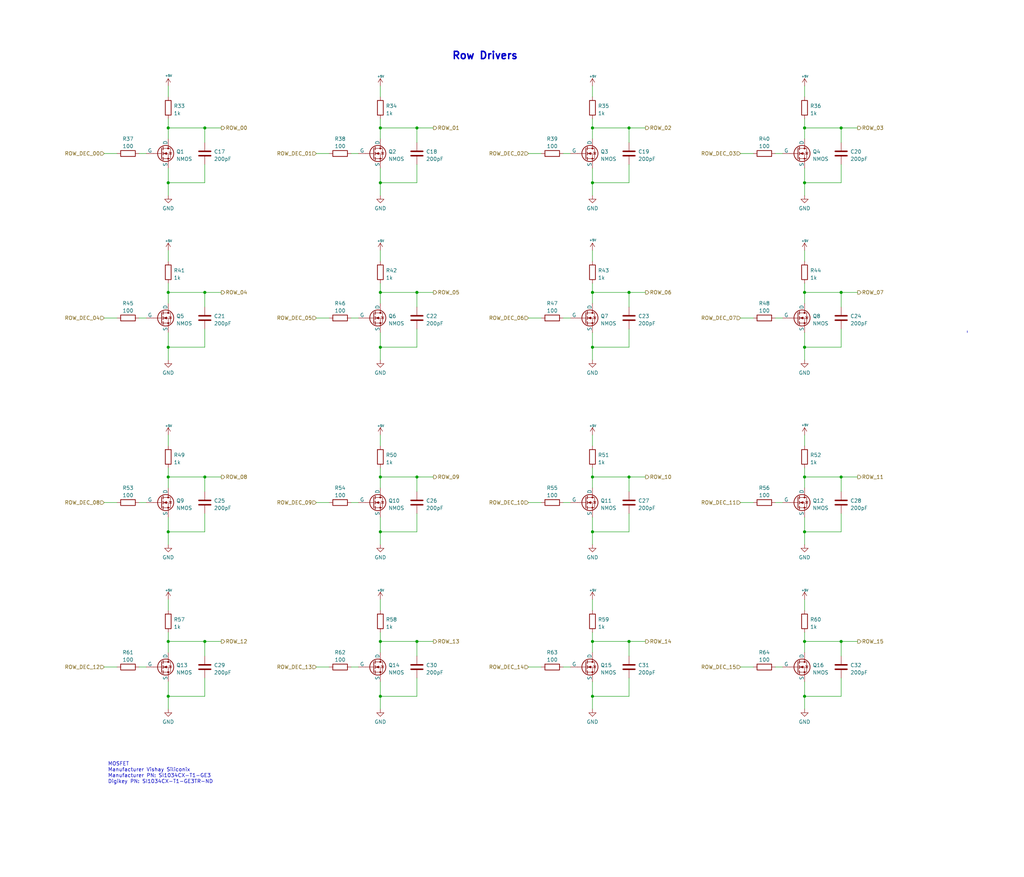
<source format=kicad_sch>
(kicad_sch (version 20230121) (generator eeschema)
  (paper "User" 355.6 304.8)
  (lib_symbols
    (symbol "Device:C" (pin_numbers hide) (pin_names (offset 0.254))
      (property "Reference" "C" (at 0.635 2.54 0))
      (property "Value" "C" (at 0.635 -2.54 0))
      (symbol "C_0_1"
        (polyline (pts (xy -2.032 -0.762) (xy 2.032 -0.762)) (stroke (width 0.508)))
        (polyline (pts (xy -2.032 0.762) (xy 2.032 0.762)) (stroke (width 0.508)))
      )
      (symbol "C_1_1"
        (pin passive line (at 0 3.81 270) (length 2.794) (name "~") (number "1"))
        (pin passive line (at 0 -3.81 90) (length 2.794) (name "~") (number "2"))
      )
    )
    (symbol "Device:R" (pin_numbers hide) (pin_names (offset 0))
      (property "Reference" "R" (at 2.032 0 90))
      (property "Value" "R" (at 0 0 90))
      (symbol "R_0_1"
        (rectangle (start -1.016 -2.54) (end 1.016 2.54) (stroke (width 0.254)))
      )
      (symbol "R_1_1"
        (pin passive line (at 0 3.81 270) (length 1.27) (name "~") (number "1"))
        (pin passive line (at 0 -3.81 90) (length 1.27) (name "~") (number "2"))
      )
    )
    (symbol "panel_custom:NMOS" (pin_numbers hide) (pin_names (offset 0))
      (property "Reference" "Q" (at 5.08 1.27 0))
      (property "Value" "NMOS" (at 5.08 -1.27 0))
      (symbol "NMOS_0_1"
        (polyline (pts (xy 0.254 0) (xy -2.54 0)))
        (polyline (pts (xy 0.254 1.905) (xy 0.254 -1.905)) (stroke (width 0.254)))
        (polyline (pts (xy 0.762 -1.27) (xy 0.762 -2.286)) (stroke (width 0.254)))
        (polyline (pts (xy 0.762 0.508) (xy 0.762 -0.508)) (stroke (width 0.254)))
        (polyline (pts (xy 0.762 2.286) (xy 0.762 1.27)) (stroke (width 0.254)))
        (polyline (pts (xy 2.54 2.54) (xy 2.54 1.778)))
        (polyline (pts (xy 2.54 -2.54) (xy 2.54 0) (xy 0.762 0)))
        (polyline (pts (xy 0.762 -1.778) (xy 3.302 -1.778) (xy 3.302 1.778) (xy 0.762 1.778)))
        (polyline (pts (xy 1.016 0) (xy 2.032 0.381) (xy 2.032 -0.381) (xy 1.016 0)) (fill (type outline)))
        (polyline (pts (xy 2.794 0.508) (xy 2.921 0.381) (xy 3.683 0.381) (xy 3.81 0.254)))
        (polyline (pts (xy 3.302 0.381) (xy 2.921 -0.254) (xy 3.683 -0.254) (xy 3.302 0.381)))
        (circle (center 1.651 0) (radius 2.794) (stroke (width 0.254)))
        (circle (center 2.54 -1.778) (radius 0.254) (fill (type outline)))
        (circle (center 2.54 1.778) (radius 0.254) (fill (type outline)))
      )
      (symbol "NMOS_1_1"
        (pin passive line (at 2.54 5.08 270) (length 2.54) (name "D") (number "1"))
        (pin input line (at -5.08 0 0) (length 2.54) (name "G") (number "2"))
        (pin passive line (at 2.54 -5.08 90) (length 2.54) (name "S") (number "3"))
      )
    )
    (symbol "power:+5V" (power) (pin_names (offset 0))
      (property "Value" "+5V" (at 0 3.556 0))
      (symbol "+5V_0_1"
        (polyline (pts (xy -0.762 1.27) (xy 0 2.54)))
        (polyline (pts (xy 0 0) (xy 0 2.54)))
        (polyline (pts (xy 0 2.54) (xy 0.762 1.27)))
      )
      (symbol "+5V_1_1"
        (pin power_in line (at 0 0 90) (length 0) hide (name "+5V") (number "1"))
      )
    )
    (symbol "power:GND" (power) (pin_names (offset 0))
      (property "Value" "GND" (at 0 -3.81 0))
      (symbol "GND_0_1"
        (polyline (pts (xy 0 0) (xy 0 -1.27) (xy 1.27 -1.27) (xy 0 -2.54) (xy -1.27 -1.27) (xy 0 -1.27)))
      )
      (symbol "GND_1_1"
        (pin power_in line (at 0 0 270) (length 0) hide (name "GND") (number "1"))
      )
    )
  )
  (junction (at 71.12 165.735))
  (junction (at 292.1 165.735))
  (junction (at 144.78 44.45))
  (junction (at 205.74 241.935))
  (junction (at 205.74 44.45))
  (junction (at 144.78 101.6))
  (junction (at 58.42 184.785))
  (junction (at 132.08 184.785))
  (junction (at 144.78 222.885))
  (junction (at 132.08 165.735))
  (junction (at 279.4 222.885))
  (junction (at 132.08 63.5))
  (junction (at 58.42 63.5))
  (junction (at 205.74 184.785))
  (junction (at 279.4 120.65))
  (junction (at 58.42 241.935))
  (junction (at 132.08 101.6))
  (junction (at 132.08 44.45))
  (junction (at 58.42 222.885))
  (junction (at 205.74 165.735))
  (junction (at 279.4 241.935))
  (junction (at 71.12 222.885))
  (junction (at 279.4 63.5))
  (junction (at 58.42 165.735))
  (junction (at 279.4 165.735))
  (junction (at 205.74 120.65))
  (junction (at 132.08 222.885))
  (junction (at 279.4 101.6))
  (junction (at 58.42 44.45))
  (junction (at 71.12 44.45))
  (junction (at 218.44 101.6))
  (junction (at 279.4 44.45))
  (junction (at 218.44 44.45))
  (junction (at 132.08 241.935))
  (junction (at 292.1 222.885))
  (junction (at 279.4 184.785))
  (junction (at 218.44 165.735))
  (junction (at 132.08 120.65))
  (junction (at 292.1 44.45))
  (junction (at 205.74 63.5))
  (junction (at 71.12 101.6))
  (junction (at 144.78 165.735))
  (junction (at 292.1 101.6))
  (junction (at 205.74 222.885))
  (junction (at 58.42 101.6))
  (junction (at 58.42 120.65))
  (junction (at 205.74 101.6))
  (junction (at 218.44 222.885))
  (wire (pts (xy 144.78 222.885) (xy 150.495 222.885)))
  (wire (pts (xy 205.74 165.735) (xy 205.74 169.545)))
  (wire (pts (xy 58.42 29.845) (xy 58.42 33.655)))
  (wire (pts (xy 205.74 58.42) (xy 205.74 63.5)))
  (wire (pts (xy 205.74 222.885) (xy 218.44 222.885)))
  (wire (pts (xy 58.42 115.57) (xy 58.42 120.65)))
  (wire (pts (xy 218.44 241.935) (xy 218.44 235.585)))
  (wire (pts (xy 132.08 101.6) (xy 132.08 105.41)))
  (wire (pts (xy 279.4 165.735) (xy 292.1 165.735)))
  (wire (pts (xy 71.12 222.885) (xy 76.835 222.885)))
  (wire (pts (xy 58.42 151.13) (xy 58.42 154.94)))
  (wire (pts (xy 218.44 44.45) (xy 224.155 44.45)))
  (wire (pts (xy 205.74 208.28) (xy 205.74 212.09)))
  (wire (pts (xy 279.4 184.785) (xy 292.1 184.785)))
  (wire (pts (xy 109.855 110.49) (xy 114.3 110.49)))
  (wire (pts (xy 257.175 53.34) (xy 261.62 53.34)))
  (wire (pts (xy 132.08 44.45) (xy 144.78 44.45)))
  (wire (pts (xy 218.44 165.735) (xy 218.44 170.815)))
  (wire (pts (xy 58.42 44.45) (xy 58.42 48.26)))
  (wire (pts (xy 269.24 231.775) (xy 271.78 231.775)))
  (wire (pts (xy 144.78 165.735) (xy 144.78 170.815)))
  (wire (pts (xy 205.74 222.885) (xy 205.74 226.695)))
  (wire (pts (xy 109.855 174.625) (xy 114.3 174.625)))
  (wire (pts (xy 58.42 41.275) (xy 58.42 44.45)))
  (wire (pts (xy 279.4 222.885) (xy 292.1 222.885)))
  (wire (pts (xy 279.4 241.935) (xy 292.1 241.935)))
  (wire (pts (xy 132.08 222.885) (xy 132.08 226.695)))
  (wire (pts (xy 121.92 231.775) (xy 124.46 231.775)))
  (wire (pts (xy 132.08 165.735) (xy 144.78 165.735)))
  (wire (pts (xy 279.4 120.65) (xy 279.4 125.095)))
  (wire (pts (xy 132.08 162.56) (xy 132.08 165.735)))
  (wire (pts (xy 279.4 86.995) (xy 279.4 90.805)))
  (wire (pts (xy 58.42 44.45) (xy 71.12 44.45)))
  (wire (pts (xy 292.1 101.6) (xy 297.815 101.6)))
  (wire (pts (xy 292.1 184.785) (xy 292.1 178.435)))
  (wire (pts (xy 292.1 241.935) (xy 292.1 235.585)))
  (wire (pts (xy 132.08 98.425) (xy 132.08 101.6)))
  (wire (pts (xy 121.92 110.49) (xy 124.46 110.49)))
  (wire (pts (xy 292.1 165.735) (xy 292.1 170.815)))
  (wire (pts (xy 144.78 241.935) (xy 144.78 235.585)))
  (wire (pts (xy 292.1 44.45) (xy 292.1 49.53)))
  (wire (pts (xy 132.08 241.935) (xy 144.78 241.935)))
  (wire (pts (xy 205.74 44.45) (xy 218.44 44.45)))
  (wire (pts (xy 279.4 184.785) (xy 279.4 189.23)))
  (wire (pts (xy 205.74 86.995) (xy 205.74 90.805)))
  (wire (pts (xy 218.44 165.735) (xy 224.155 165.735)))
  (wire (pts (xy 205.74 184.785) (xy 205.74 189.23)))
  (wire (pts (xy 132.08 101.6) (xy 144.78 101.6)))
  (wire (pts (xy 58.42 179.705) (xy 58.42 184.785)))
  (wire (pts (xy 218.44 101.6) (xy 224.155 101.6)))
  (wire (pts (xy 58.42 86.995) (xy 58.42 90.805)))
  (wire (pts (xy 132.08 63.5) (xy 144.78 63.5)))
  (wire (pts (xy 71.12 241.935) (xy 71.12 235.585)))
  (wire (pts (xy 144.78 63.5) (xy 144.78 57.15)))
  (wire (pts (xy 269.24 53.34) (xy 271.78 53.34)))
  (wire (pts (xy 36.195 53.34) (xy 40.64 53.34)))
  (wire (pts (xy 58.42 184.785) (xy 71.12 184.785)))
  (wire (pts (xy 132.08 236.855) (xy 132.08 241.935)))
  (wire (pts (xy 279.4 162.56) (xy 279.4 165.735)))
  (wire (pts (xy 292.1 165.735) (xy 297.815 165.735)))
  (wire (pts (xy 58.42 241.935) (xy 71.12 241.935)))
  (wire (pts (xy 132.08 120.65) (xy 132.08 125.095)))
  (wire (pts (xy 132.08 184.785) (xy 132.08 189.23)))
  (wire (pts (xy 218.44 222.885) (xy 224.155 222.885)))
  (wire (pts (xy 71.12 44.45) (xy 76.835 44.45)))
  (wire (pts (xy 218.44 63.5) (xy 218.44 57.15)))
  (wire (pts (xy 48.26 231.775) (xy 50.8 231.775)))
  (wire (pts (xy 144.78 101.6) (xy 150.495 101.6)))
  (wire (pts (xy 58.42 63.5) (xy 58.42 67.945)))
  (wire (pts (xy 205.74 44.45) (xy 205.74 48.26)))
  (wire (pts (xy 71.12 165.735) (xy 76.835 165.735)))
  (wire (pts (xy 257.175 174.625) (xy 261.62 174.625)))
  (wire (pts (xy 257.175 231.775) (xy 261.62 231.775)))
  (wire (pts (xy 58.42 58.42) (xy 58.42 63.5)))
  (wire (pts (xy 279.4 241.935) (xy 279.4 246.38)))
  (wire (pts (xy 205.74 120.65) (xy 205.74 125.095)))
  (wire (pts (xy 279.4 222.885) (xy 279.4 226.695)))
  (wire (pts (xy 257.175 110.49) (xy 261.62 110.49)))
  (wire (pts (xy 109.855 53.34) (xy 114.3 53.34)))
  (wire (pts (xy 58.42 184.785) (xy 58.42 189.23)))
  (wire (pts (xy 279.4 44.45) (xy 292.1 44.45)))
  (wire (pts (xy 144.78 44.45) (xy 144.78 49.53)))
  (wire (pts (xy 205.74 29.845) (xy 205.74 33.655)))
  (wire (pts (xy 205.74 101.6) (xy 205.74 105.41)))
  (wire (pts (xy 195.58 231.775) (xy 198.12 231.775)))
  (wire (pts (xy 205.74 162.56) (xy 205.74 165.735)))
  (wire (pts (xy 132.08 184.785) (xy 144.78 184.785)))
  (wire (pts (xy 144.78 44.45) (xy 150.495 44.45)))
  (wire (pts (xy 58.42 241.935) (xy 58.42 246.38)))
  (wire (pts (xy 132.08 222.885) (xy 144.78 222.885)))
  (wire (pts (xy 205.74 63.5) (xy 205.74 67.945)))
  (wire (pts (xy 48.26 174.625) (xy 50.8 174.625)))
  (wire (pts (xy 58.42 101.6) (xy 58.42 105.41)))
  (wire (pts (xy 205.74 179.705) (xy 205.74 184.785)))
  (wire (pts (xy 58.42 236.855) (xy 58.42 241.935)))
  (wire (pts (xy 279.4 101.6) (xy 279.4 105.41)))
  (wire (pts (xy 71.12 222.885) (xy 71.12 227.965)))
  (wire (pts (xy 36.195 110.49) (xy 40.64 110.49)))
  (wire (pts (xy 279.4 44.45) (xy 279.4 48.26)))
  (wire (pts (xy 205.74 241.935) (xy 218.44 241.935)))
  (wire (pts (xy 279.4 151.13) (xy 279.4 154.94)))
  (wire (pts (xy 269.24 174.625) (xy 271.78 174.625)))
  (wire (pts (xy 279.4 208.28) (xy 279.4 212.09)))
  (wire (pts (xy 279.4 115.57) (xy 279.4 120.65)))
  (wire (pts (xy 205.74 120.65) (xy 218.44 120.65)))
  (wire (pts (xy 58.42 120.65) (xy 58.42 125.095)))
  (wire (pts (xy 48.26 110.49) (xy 50.8 110.49)))
  (wire (pts (xy 269.24 110.49) (xy 271.78 110.49)))
  (wire (pts (xy 205.74 165.735) (xy 218.44 165.735)))
  (wire (pts (xy 292.1 44.45) (xy 297.815 44.45)))
  (polyline (pts (xy 335.915 114.935) (xy 335.915 115.57)))
  (wire (pts (xy 58.42 98.425) (xy 58.42 101.6)))
  (wire (pts (xy 205.74 41.275) (xy 205.74 44.45)))
  (wire (pts (xy 132.08 41.275) (xy 132.08 44.45)))
  (wire (pts (xy 279.4 63.5) (xy 279.4 67.945)))
  (wire (pts (xy 58.42 162.56) (xy 58.42 165.735)))
  (wire (pts (xy 58.42 120.65) (xy 71.12 120.65)))
  (wire (pts (xy 292.1 120.65) (xy 292.1 114.3)))
  (wire (pts (xy 195.58 110.49) (xy 198.12 110.49)))
  (wire (pts (xy 279.4 236.855) (xy 279.4 241.935)))
  (wire (pts (xy 205.74 219.71) (xy 205.74 222.885)))
  (wire (pts (xy 183.515 174.625) (xy 187.96 174.625)))
  (wire (pts (xy 205.74 151.13) (xy 205.74 154.94)))
  (wire (pts (xy 205.74 63.5) (xy 218.44 63.5)))
  (wire (pts (xy 218.44 101.6) (xy 218.44 106.68)))
  (wire (pts (xy 279.4 63.5) (xy 292.1 63.5)))
  (wire (pts (xy 48.26 53.34) (xy 50.8 53.34)))
  (wire (pts (xy 218.44 120.65) (xy 218.44 114.3)))
  (wire (pts (xy 279.4 41.275) (xy 279.4 44.45)))
  (wire (pts (xy 71.12 44.45) (xy 71.12 49.53)))
  (wire (pts (xy 71.12 165.735) (xy 71.12 170.815)))
  (wire (pts (xy 121.92 53.34) (xy 124.46 53.34)))
  (wire (pts (xy 279.4 179.705) (xy 279.4 184.785)))
  (wire (pts (xy 279.4 98.425) (xy 279.4 101.6)))
  (wire (pts (xy 132.08 208.28) (xy 132.08 212.09)))
  (wire (pts (xy 132.08 151.13) (xy 132.08 154.94)))
  (wire (pts (xy 279.4 101.6) (xy 292.1 101.6)))
  (wire (pts (xy 132.08 179.705) (xy 132.08 184.785)))
  (wire (pts (xy 292.1 222.885) (xy 292.1 227.965)))
  (wire (pts (xy 132.08 120.65) (xy 144.78 120.65)))
  (wire (pts (xy 144.78 222.885) (xy 144.78 227.965)))
  (wire (pts (xy 218.44 222.885) (xy 218.44 227.965)))
  (wire (pts (xy 132.08 29.845) (xy 132.08 33.655)))
  (wire (pts (xy 58.42 165.735) (xy 71.12 165.735)))
  (wire (pts (xy 71.12 184.785) (xy 71.12 178.435)))
  (wire (pts (xy 58.42 222.885) (xy 58.42 226.695)))
  (wire (pts (xy 218.44 44.45) (xy 218.44 49.53)))
  (wire (pts (xy 205.74 184.785) (xy 218.44 184.785)))
  (wire (pts (xy 144.78 101.6) (xy 144.78 106.68)))
  (wire (pts (xy 132.08 241.935) (xy 132.08 246.38)))
  (wire (pts (xy 205.74 101.6) (xy 218.44 101.6)))
  (wire (pts (xy 58.42 219.71) (xy 58.42 222.885)))
  (wire (pts (xy 132.08 219.71) (xy 132.08 222.885)))
  (wire (pts (xy 71.12 101.6) (xy 76.835 101.6)))
  (wire (pts (xy 36.195 231.775) (xy 40.64 231.775)))
  (wire (pts (xy 205.74 98.425) (xy 205.74 101.6)))
  (wire (pts (xy 205.74 241.935) (xy 205.74 246.38)))
  (wire (pts (xy 109.855 231.775) (xy 114.3 231.775)))
  (wire (pts (xy 279.4 120.65) (xy 292.1 120.65)))
  (wire (pts (xy 279.4 219.71) (xy 279.4 222.885)))
  (wire (pts (xy 218.44 184.785) (xy 218.44 178.435)))
  (wire (pts (xy 144.78 120.65) (xy 144.78 114.3)))
  (wire (pts (xy 183.515 231.775) (xy 187.96 231.775)))
  (wire (pts (xy 279.4 58.42) (xy 279.4 63.5)))
  (wire (pts (xy 132.08 44.45) (xy 132.08 48.26)))
  (wire (pts (xy 71.12 63.5) (xy 71.12 57.15)))
  (wire (pts (xy 205.74 236.855) (xy 205.74 241.935)))
  (wire (pts (xy 36.195 174.625) (xy 40.64 174.625)))
  (wire (pts (xy 121.92 174.625) (xy 124.46 174.625)))
  (wire (pts (xy 58.42 208.28) (xy 58.42 212.09)))
  (wire (pts (xy 292.1 222.885) (xy 297.815 222.885)))
  (wire (pts (xy 132.08 165.735) (xy 132.08 169.545)))
  (wire (pts (xy 132.08 63.5) (xy 132.08 67.945)))
  (wire (pts (xy 279.4 165.735) (xy 279.4 169.545)))
  (wire (pts (xy 132.08 58.42) (xy 132.08 63.5)))
  (wire (pts (xy 144.78 184.785) (xy 144.78 178.435)))
  (wire (pts (xy 58.42 222.885) (xy 71.12 222.885)))
  (wire (pts (xy 279.4 29.845) (xy 279.4 33.655)))
  (wire (pts (xy 132.08 86.995) (xy 132.08 90.805)))
  (wire (pts (xy 183.515 110.49) (xy 187.96 110.49)))
  (wire (pts (xy 195.58 53.34) (xy 198.12 53.34)))
  (wire (pts (xy 292.1 63.5) (xy 292.1 57.15)))
  (wire (pts (xy 71.12 101.6) (xy 71.12 106.68)))
  (wire (pts (xy 58.42 165.735) (xy 58.42 169.545)))
  (wire (pts (xy 58.42 101.6) (xy 71.12 101.6)))
  (wire (pts (xy 144.78 165.735) (xy 150.495 165.735)))
  (wire (pts (xy 58.42 63.5) (xy 71.12 63.5)))
  (wire (pts (xy 132.08 115.57) (xy 132.08 120.65)))
  (wire (pts (xy 292.1 101.6) (xy 292.1 106.68)))
  (wire (pts (xy 183.515 53.34) (xy 187.96 53.34)))
  (wire (pts (xy 71.12 120.65) (xy 71.12 114.3)))
  (wire (pts (xy 195.58 174.625) (xy 198.12 174.625)))
  (wire (pts (xy 205.74 115.57) (xy 205.74 120.65)))
  (text "MOSFET\nManufacturer Vishay Siliconix\nManufacturer PN: SI1034CX-T1-GE3\nDigikey PN: SI1034CX-T1-GE3TR-ND\n" (at 37.465 272.415 0) (effects (font (size 1.27 1.27)) (justify left bottom)))
  (text "Row Drivers" (at 156.845 20.955 0) (effects (font (size 2.54 2.54) (thickness 0.508) bold) (justify left bottom)))
  (hierarchical_label "ROW_DEC_07" (shape input) (at 257.175 110.49 180))
  (hierarchical_label "ROW_13" (shape output) (at 150.495 222.885 0))
  (hierarchical_label "ROW_DEC_06" (shape input) (at 183.515 110.49 180))
  (hierarchical_label "ROW_10" (shape output) (at 224.155 165.735 0))
  (hierarchical_label "ROW_DEC_08" (shape input) (at 36.195 174.625 180))
  (hierarchical_label "ROW_DEC_15" (shape input) (at 257.175 231.775 180))
  (hierarchical_label "ROW_DEC_14" (shape input) (at 183.515 231.775 180))
  (hierarchical_label "ROW_DEC_05" (shape input) (at 109.855 110.49 180))
  (hierarchical_label "ROW_DEC_09" (shape input) (at 109.855 174.625 180))
  (hierarchical_label "ROW_DEC_11" (shape input) (at 257.175 174.625 180))
  (hierarchical_label "ROW_02" (shape output) (at 224.155 44.45 0))
  (hierarchical_label "ROW_DEC_01" (shape input) (at 109.855 53.34 180))
  (hierarchical_label "ROW_09" (shape output) (at 150.495 165.735 0))
  (hierarchical_label "ROW_DEC_10" (shape input) (at 183.515 174.625 180))
  (hierarchical_label "ROW_15" (shape output) (at 297.815 222.885 0))
  (hierarchical_label "ROW_08" (shape output) (at 76.835 165.735 0))
  (hierarchical_label "ROW_04" (shape output) (at 76.835 101.6 0))
  (hierarchical_label "ROW_DEC_04" (shape input) (at 36.195 110.49 180))
  (hierarchical_label "ROW_01" (shape output) (at 150.495 44.45 0))
  (hierarchical_label "ROW_DEC_00" (shape input) (at 36.195 53.34 180))
  (hierarchical_label "ROW_03" (shape output) (at 297.815 44.45 0))
  (hierarchical_label "ROW_07" (shape output) (at 297.815 101.6 0))
  (hierarchical_label "ROW_11" (shape output) (at 297.815 165.735 0))
  (hierarchical_label "ROW_00" (shape output) (at 76.835 44.45 0))
  (hierarchical_label "ROW_DEC_12" (shape input) (at 36.195 231.775 180))
  (hierarchical_label "ROW_14" (shape output) (at 224.155 222.885 0))
  (hierarchical_label "ROW_DEC_13" (shape input) (at 109.855 231.775 180))
  (hierarchical_label "ROW_12" (shape output) (at 76.835 222.885 0))
  (hierarchical_label "ROW_DEC_02" (shape input) (at 183.515 53.34 180))
  (hierarchical_label "ROW_DEC_03" (shape input) (at 257.175 53.34 180))
  (hierarchical_label "ROW_06" (shape output) (at 224.155 101.6 0))
  (hierarchical_label "ROW_05" (shape output) (at 150.495 101.6 0))
  (symbol (lib_id "Device:C") (at 218.44 110.49 0) (unit 1)
    (property "Reference" "C23" (at 221.615 109.855 0) (effects (justify left)))
    (property "Value" "200pF" (at 221.615 112.395 0) (effects (justify left)))
    (property "Footprint" "panel_custom:C_0201_0603Metric" (effects hide))
  )
  (symbol (lib_id "power:+5V") (at 58.42 86.995 0) (unit 1)
    (property "Reference" "#PWR021" (effects hide))
    (property "Value" "+5V" (at 58.547 83.693 0) (effects (font (size 0.762 0.762))))
    (instances (project "panel" (path "" (reference "#PWR021") (unit 1)) (path "" (reference "#PWR026") (unit 1))))
  )
  (symbol (lib_id "power:GND") (at 132.08 246.38 0) (unit 1)
    (property "Reference" "#PWR020" (effects hide))
    (property "Value" "GND" (at 132.08 250.825 0))
    (instances (project "panel" (path "" (reference "#PWR020") (unit 1)) (path "" (reference "#PWR047") (unit 1))))
  )
  (symbol (lib_id "panel_custom:NMOS") (at 55.88 53.34 0) (unit 1)
    (property "Reference" "Q1" (at 61.214 52.705 0) (effects (justify left)))
    (property "Value" "NMOS" (at 61.214 55.245 0) (effects (justify left)))
    (property "Sim.Device" "NMOS" (effects hide))
    (property "Sim.Type" "VDMOS" (effects hide))
    (property "Sim.Pins" "1=D 2=G 3=S" (effects hide))
  )
  (symbol (lib_id "panel_custom:NMOS") (at 276.86 231.775 0) (unit 1)
    (property "Reference" "Q16" (at 282.194 231.14 0) (effects (justify left)))
    (property "Value" "NMOS" (at 282.194 233.68 0) (effects (justify left)))
    (property "Sim.Device" "NMOS" (effects hide))
    (property "Sim.Type" "VDMOS" (effects hide))
    (property "Sim.Pins" "1=D 2=G 3=S" (effects hide))
  )
  (symbol (lib_id "panel_custom:NMOS") (at 203.2 110.49 0) (unit 1)
    (property "Reference" "Q7" (at 208.534 109.855 0) (effects (justify left)))
    (property "Value" "NMOS" (at 208.534 112.395 0) (effects (justify left)))
    (property "Sim.Device" "NMOS" (effects hide))
    (property "Sim.Type" "VDMOS" (effects hide))
    (property "Sim.Pins" "1=D 2=G 3=S" (effects hide))
  )
  (symbol (lib_id "Device:R") (at 191.77 174.625 90) (unit 1)
    (property "Reference" "R55" (at 191.77 169.545 90))
    (property "Value" "100" (at 191.77 172.085 90))
    (property "Footprint" "panel_custom:R_0201_0603Metric" (effects hide))
  )
  (symbol (lib_id "Device:R") (at 118.11 174.625 90) (unit 1)
    (property "Reference" "R54" (at 118.11 169.545 90))
    (property "Value" "100" (at 118.11 172.085 90))
    (property "Footprint" "panel_custom:R_0201_0603Metric" (effects hide))
  )
  (symbol (lib_id "Device:C") (at 71.12 53.34 0) (unit 1)
    (property "Reference" "C17" (at 74.295 52.705 0) (effects (justify left)))
    (property "Value" "200pF" (at 74.295 55.245 0) (effects (justify left)))
    (property "Footprint" "panel_custom:C_0201_0603Metric" (effects hide))
  )
  (symbol (lib_id "Device:R") (at 265.43 231.775 90) (unit 1)
    (property "Reference" "R64" (at 265.43 226.695 90))
    (property "Value" "100" (at 265.43 229.235 90))
    (property "Footprint" "panel_custom:R_0201_0603Metric" (effects hide))
  )
  (symbol (lib_id "power:GND") (at 132.08 125.095 0) (unit 1)
    (property "Reference" "#PWR036" (effects hide))
    (property "Value" "GND" (at 132.08 129.54 0))
    (instances (project "panel" (path "" (reference "#PWR036") (unit 1)) (path "" (reference "#PWR031") (unit 1))))
  )
  (symbol (lib_id "panel_custom:NMOS") (at 203.2 231.775 0) (unit 1)
    (property "Reference" "Q15" (at 208.534 231.14 0) (effects (justify left)))
    (property "Value" "NMOS" (at 208.534 233.68 0) (effects (justify left)))
    (property "Sim.Device" "NMOS" (effects hide))
    (property "Sim.Type" "VDMOS" (effects hide))
    (property "Sim.Pins" "1=D 2=G 3=S" (effects hide))
  )
  (symbol (lib_id "Device:R") (at 205.74 94.615 0) (unit 1)
    (property "Reference" "R43" (at 207.645 93.98 0) (effects (justify left)))
    (property "Value" "1k" (at 207.645 96.52 0) (effects (justify left)))
    (property "Footprint" "panel_custom:R_0201_0603Metric" (effects hide))
  )
  (symbol (lib_id "power:+5V") (at 58.42 208.28 0) (unit 1)
    (property "Reference" "#PWR025" (effects hide))
    (property "Value" "+5V" (at 58.547 205.105 0) (effects (font (size 0.762 0.762))))
    (instances (project "panel" (path "" (reference "#PWR025") (unit 1)) (path "" (reference "#PWR042") (unit 1))))
  )
  (symbol (lib_id "power:GND") (at 205.74 67.945 0) (unit 1)
    (property "Reference" "#PWR046" (effects hide))
    (property "Value" "GND" (at 205.74 72.39 0))
    (instances (project "panel" (path "" (reference "#PWR046") (unit 1)) (path "" (reference "#PWR024") (unit 1))))
  )
  (symbol (lib_id "Device:R") (at 58.42 94.615 0) (unit 1)
    (property "Reference" "R41" (at 60.325 93.98 0) (effects (justify left)))
    (property "Value" "1k" (at 60.325 96.52 0) (effects (justify left)))
    (property "Footprint" "panel_custom:R_0201_0603Metric" (effects hide))
  )
  (symbol (lib_id "power:+5V") (at 279.4 86.995 0) (unit 1)
    (property "Reference" "#PWR045" (effects hide))
    (property "Value" "+5V" (at 279.527 83.693 0) (effects (font (size 0.762 0.762))))
    (instances (project "panel" (path "" (reference "#PWR045") (unit 1)) (path "" (reference "#PWR029") (unit 1))))
  )
  (symbol (lib_id "power:+5V") (at 132.08 151.13 0) (unit 1)
    (property "Reference" "#PWR031" (effects hide))
    (property "Value" "+5V" (at 132.207 147.955 0) (effects (font (size 0.762 0.762))))
    (instances (project "panel" (path "" (reference "#PWR031") (unit 1)) (path "" (reference "#PWR035") (unit 1))))
  )
  (symbol (lib_id "Device:R") (at 44.45 53.34 90) (unit 1)
    (property "Reference" "R37" (at 44.45 48.26 90))
    (property "Value" "100" (at 44.45 50.8 90))
    (property "Footprint" "panel_custom:R_0201_0603Metric" (effects hide))
  )
  (symbol (lib_id "Device:C") (at 218.44 231.775 0) (unit 1)
    (property "Reference" "C31" (at 221.615 231.14 0) (effects (justify left)))
    (property "Value" "200pF" (at 221.615 233.68 0) (effects (justify left)))
    (property "Footprint" "panel_custom:C_0201_0603Metric" (effects hide))
  )
  (symbol (lib_id "Device:R") (at 279.4 94.615 0) (unit 1)
    (property "Reference" "R44" (at 281.305 93.98 0) (effects (justify left)))
    (property "Value" "1k" (at 281.305 96.52 0) (effects (justify left)))
    (property "Footprint" "panel_custom:R_0201_0603Metric" (effects hide))
  )
  (symbol (lib_id "Device:R") (at 279.4 37.465 0) (unit 1)
    (property "Reference" "R36" (at 281.305 36.83 0) (effects (justify left)))
    (property "Value" "1k" (at 281.305 39.37 0) (effects (justify left)))
    (property "Footprint" "panel_custom:R_0201_0603Metric" (effects hide))
  )
  (symbol (lib_id "panel_custom:NMOS") (at 203.2 53.34 0) (unit 1)
    (property "Reference" "Q3" (at 208.534 52.705 0) (effects (justify left)))
    (property "Value" "NMOS" (at 208.534 55.245 0) (effects (justify left)))
    (property "Sim.Device" "NMOS" (effects hide))
    (property "Sim.Type" "VDMOS" (effects hide))
    (property "Sim.Pins" "1=D 2=G 3=S" (effects hide))
  )
  (symbol (lib_id "Device:R") (at 205.74 215.9 0) (unit 1)
    (property "Reference" "R59" (at 207.645 215.265 0) (effects (justify left)))
    (property "Value" "1k" (at 207.645 217.805 0) (effects (justify left)))
    (property "Footprint" "panel_custom:R_0201_0603Metric" (effects hide))
  )
  (symbol (lib_id "panel_custom:NMOS") (at 276.86 174.625 0) (unit 1)
    (property "Reference" "Q12" (at 282.194 173.99 0) (effects (justify left)))
    (property "Value" "NMOS" (at 282.194 176.53 0) (effects (justify left)))
    (property "Sim.Device" "NMOS" (effects hide))
    (property "Sim.Type" "VDMOS" (effects hide))
    (property "Sim.Pins" "1=D 2=G 3=S" (effects hide))
  )
  (symbol (lib_id "panel_custom:NMOS") (at 129.54 53.34 0) (unit 1)
    (property "Reference" "Q2" (at 134.874 52.705 0) (effects (justify left)))
    (property "Value" "NMOS" (at 134.874 55.245 0) (effects (justify left)))
    (property "Sim.Device" "NMOS" (effects hide))
    (property "Sim.Type" "VDMOS" (effects hide))
    (property "Sim.Pins" "1=D 2=G 3=S" (effects hide))
  )
  (symbol (lib_id "Device:R") (at 279.4 158.75 0) (unit 1)
    (property "Reference" "R52" (at 281.305 158.115 0) (effects (justify left)))
    (property "Value" "1k" (at 281.305 160.655 0) (effects (justify left)))
    (property "Footprint" "panel_custom:R_0201_0603Metric" (effects hide))
  )
  (symbol (lib_id "power:GND") (at 279.4 246.38 0) (unit 1)
    (property "Reference" "#PWR024" (effects hide))
    (property "Value" "GND" (at 279.4 250.825 0))
    (instances (project "panel" (path "" (reference "#PWR024") (unit 1)) (path "" (reference "#PWR049") (unit 1))))
  )
  (symbol (lib_id "power:GND") (at 58.42 67.945 0) (unit 1)
    (property "Reference" "#PWR042" (effects hide))
    (property "Value" "GND" (at 58.42 72.39 0))
    (instances (project "panel" (path "" (reference "#PWR042") (unit 1)) (path "" (reference "#PWR022") (unit 1))))
  )
  (symbol (lib_id "Device:C") (at 292.1 53.34 0) (unit 1)
    (property "Reference" "C20" (at 295.275 52.705 0) (effects (justify left)))
    (property "Value" "200pF" (at 295.275 55.245 0) (effects (justify left)))
    (property "Footprint" "panel_custom:C_0201_0603Metric" (effects hide))
  )
  (symbol (lib_id "Device:C") (at 218.44 53.34 0) (unit 1)
    (property "Reference" "C19" (at 221.615 52.705 0) (effects (justify left)))
    (property "Value" "200pF" (at 221.615 55.245 0) (effects (justify left)))
    (property "Footprint" "panel_custom:C_0201_0603Metric" (effects hide))
  )
  (symbol (lib_id "Device:C") (at 71.12 231.775 0) (unit 1)
    (property "Reference" "C29" (at 74.295 231.14 0) (effects (justify left)))
    (property "Value" "200pF" (at 74.295 233.68 0) (effects (justify left)))
    (property "Footprint" "panel_custom:C_0201_0603Metric" (effects hide))
  )
  (symbol (lib_id "power:GND") (at 58.42 125.095 0) (unit 1)
    (property "Reference" "#PWR034" (effects hide))
    (property "Value" "GND" (at 58.42 129.54 0))
    (instances (project "panel" (path "" (reference "#PWR034") (unit 1)) (path "" (reference "#PWR030") (unit 1))))
  )
  (symbol (lib_id "Device:C") (at 144.78 53.34 0) (unit 1)
    (property "Reference" "C18" (at 147.955 52.705 0) (effects (justify left)))
    (property "Value" "200pF" (at 147.955 55.245 0) (effects (justify left)))
    (property "Footprint" "panel_custom:C_0201_0603Metric" (effects hide))
  )
  (symbol (lib_id "power:GND") (at 205.74 246.38 0) (unit 1)
    (property "Reference" "#PWR022" (effects hide))
    (property "Value" "GND" (at 205.74 250.825 0))
    (instances (project "panel" (path "" (reference "#PWR022") (unit 1)) (path "" (reference "#PWR048") (unit 1))))
  )
  (symbol (lib_id "power:GND") (at 132.08 67.945 0) (unit 1)
    (property "Reference" "#PWR044" (effects hide))
    (property "Value" "GND" (at 132.08 72.39 0))
    (instances (project "panel" (path "" (reference "#PWR044") (unit 1)) (path "" (reference "#PWR023") (unit 1))))
  )
  (symbol (lib_id "Device:R") (at 132.08 94.615 0) (unit 1)
    (property "Reference" "R42" (at 133.985 93.98 0) (effects (justify left)))
    (property "Value" "1k" (at 133.985 96.52 0) (effects (justify left)))
    (property "Footprint" "panel_custom:R_0201_0603Metric" (effects hide))
  )
  (symbol (lib_id "Device:R") (at 265.43 174.625 90) (unit 1)
    (property "Reference" "R56" (at 265.43 169.545 90))
    (property "Value" "100" (at 265.43 172.085 90))
    (property "Footprint" "panel_custom:R_0201_0603Metric" (effects hide))
  )
  (symbol (lib_id "power:GND") (at 205.74 125.095 0) (unit 1)
    (property "Reference" "#PWR038" (effects hide))
    (property "Value" "GND" (at 205.74 129.54 0))
    (instances (project "panel" (path "" (reference "#PWR038") (unit 1)) (path "" (reference "#PWR032") (unit 1))))
  )
  (symbol (lib_id "Device:C") (at 292.1 110.49 0) (unit 1)
    (property "Reference" "C24" (at 295.275 109.855 0) (effects (justify left)))
    (property "Value" "200pF" (at 295.275 112.395 0) (effects (justify left)))
    (property "Footprint" "panel_custom:C_0201_0603Metric" (effects hide))
  )
  (symbol (lib_id "Device:R") (at 191.77 231.775 90) (unit 1)
    (property "Reference" "R63" (at 191.77 226.695 90))
    (property "Value" "100" (at 191.77 229.235 90))
    (property "Footprint" "panel_custom:R_0201_0603Metric" (effects hide))
  )
  (symbol (lib_id "Device:R") (at 58.42 37.465 0) (unit 1)
    (property "Reference" "R33" (at 60.325 36.83 0) (effects (justify left)))
    (property "Value" "1k" (at 60.325 39.37 0) (effects (justify left)))
    (property "Footprint" "panel_custom:R_0201_0603Metric" (effects hide))
  )
  (symbol (lib_id "panel_custom:NMOS") (at 55.88 174.625 0) (unit 1)
    (property "Reference" "Q9" (at 61.214 173.99 0) (effects (justify left)))
    (property "Value" "NMOS" (at 61.214 176.53 0) (effects (justify left)))
    (property "Sim.Device" "NMOS" (effects hide))
    (property "Sim.Type" "VDMOS" (effects hide))
    (property "Sim.Pins" "1=D 2=G 3=S" (effects hide))
  )
  (symbol (lib_id "power:+5V") (at 279.4 151.13 0) (unit 1)
    (property "Reference" "#PWR047" (effects hide))
    (property "Value" "+5V" (at 279.527 147.701 0) (effects (font (size 0.762 0.762))))
    (instances (project "panel" (path "" (reference "#PWR047") (unit 1)) (path "" (reference "#PWR037") (unit 1))))
  )
  (symbol (lib_id "Device:R") (at 205.74 37.465 0) (unit 1)
    (property "Reference" "R35" (at 207.645 36.83 0) (effects (justify left)))
    (property "Value" "1k" (at 207.645 39.37 0) (effects (justify left)))
    (property "Footprint" "panel_custom:R_0201_0603Metric" (effects hide))
  )
  (symbol (lib_id "Device:R") (at 279.4 215.9 0) (unit 1)
    (property "Reference" "R60" (at 281.305 215.265 0) (effects (justify left)))
    (property "Value" "1k" (at 281.305 217.805 0) (effects (justify left)))
    (property "Footprint" "panel_custom:R_0201_0603Metric" (effects hide))
  )
  (symbol (lib_id "power:+5V") (at 132.08 86.995 0) (unit 1)
    (property "Reference" "#PWR029" (effects hide))
    (property "Value" "+5V" (at 132.207 83.693 0) (effects (font (size 0.762 0.762))))
    (instances (project "panel" (path "" (reference "#PWR029") (unit 1)) (path "" (reference "#PWR027") (unit 1))))
  )
  (symbol (lib_id "Device:C") (at 292.1 174.625 0) (unit 1)
    (property "Reference" "C28" (at 295.275 173.99 0) (effects (justify left)))
    (property "Value" "200pF" (at 295.275 176.53 0) (effects (justify left)))
    (property "Footprint" "panel_custom:C_0201_0603Metric" (effects hide))
  )
  (symbol (lib_id "panel_custom:NMOS") (at 276.86 110.49 0) (unit 1)
    (property "Reference" "Q8" (at 282.194 109.855 0) (effects (justify left)))
    (property "Value" "NMOS" (at 282.194 112.395 0) (effects (justify left)))
    (property "Sim.Device" "NMOS" (effects hide))
    (property "Sim.Type" "VDMOS" (effects hide))
    (property "Sim.Pins" "1=D 2=G 3=S" (effects hide))
  )
  (symbol (lib_id "panel_custom:NMOS") (at 129.54 174.625 0) (unit 1)
    (property "Reference" "Q10" (at 134.874 173.99 0) (effects (justify left)))
    (property "Value" "NMOS" (at 134.874 176.53 0) (effects (justify left)))
    (property "Sim.Device" "NMOS" (effects hide))
    (property "Sim.Type" "VDMOS" (effects hide))
    (property "Sim.Pins" "1=D 2=G 3=S" (effects hide))
  )
  (symbol (lib_id "Device:R") (at 58.42 158.75 0) (unit 1)
    (property "Reference" "R49" (at 60.325 158.115 0) (effects (justify left)))
    (property "Value" "1k" (at 60.325 160.655 0) (effects (justify left)))
    (property "Footprint" "panel_custom:R_0201_0603Metric" (effects hide))
  )
  (symbol (lib_id "power:GND") (at 58.42 189.23 0) (unit 1)
    (property "Reference" "#PWR026" (effects hide))
    (property "Value" "GND" (at 58.42 193.675 0))
    (instances (project "panel" (path "" (reference "#PWR026") (unit 1)) (path "" (reference "#PWR038") (unit 1))))
  )
  (symbol (lib_id "power:+5V") (at 205.74 29.845 0) (unit 1)
    (property "Reference" "#PWR035" (effects hide))
    (property "Value" "+5V" (at 205.867 26.543 0) (effects (font (size 0.762 0.762))))
    (instances (project "panel" (path "" (reference "#PWR035") (unit 1)) (path "" (reference "#PWR020") (unit 1))))
  )
  (symbol (lib_id "Device:R") (at 191.77 53.34 90) (unit 1)
    (property "Reference" "R39" (at 191.77 48.26 90))
    (property "Value" "100" (at 191.77 50.8 90))
    (property "Footprint" "panel_custom:R_0201_0603Metric" (effects hide))
  )
  (symbol (lib_id "panel_custom:NMOS") (at 129.54 231.775 0) (unit 1)
    (property "Reference" "Q14" (at 134.874 231.14 0) (effects (justify left)))
    (property "Value" "NMOS" (at 134.874 233.68 0) (effects (justify left)))
    (property "Sim.Device" "NMOS" (effects hide))
    (property "Sim.Type" "VDMOS" (effects hide))
    (property "Sim.Pins" "1=D 2=G 3=S" (effects hide))
  )
  (symbol (lib_id "Device:C") (at 71.12 110.49 0) (unit 1)
    (property "Reference" "C21" (at 74.295 109.855 0) (effects (justify left)))
    (property "Value" "200pF" (at 74.295 112.395 0) (effects (justify left)))
    (property "Footprint" "panel_custom:C_0201_0603Metric" (effects hide))
  )
  (symbol (lib_id "Device:R") (at 58.42 215.9 0) (unit 1)
    (property "Reference" "R57" (at 60.325 215.265 0) (effects (justify left)))
    (property "Value" "1k" (at 60.325 217.805 0) (effects (justify left)))
    (property "Footprint" "panel_custom:R_0201_0603Metric" (effects hide))
  )
  (symbol (lib_id "Device:R") (at 265.43 53.34 90) (unit 1)
    (property "Reference" "R40" (at 265.43 48.26 90))
    (property "Value" "100" (at 265.43 50.8 90))
    (property "Footprint" "panel_custom:R_0201_0603Metric" (effects hide))
  )
  (symbol (lib_id "Device:R") (at 132.08 158.75 0) (unit 1)
    (property "Reference" "R50" (at 133.985 158.115 0) (effects (justify left)))
    (property "Value" "1k" (at 133.985 160.655 0) (effects (justify left)))
    (property "Footprint" "panel_custom:R_0201_0603Metric" (effects hide))
  )
  (symbol (lib_id "power:GND") (at 58.42 246.38 0) (unit 1)
    (property "Reference" "#PWR017" (effects hide))
    (property "Value" "GND" (at 58.42 250.825 0))
    (instances (project "panel" (path "" (reference "#PWR017") (unit 1)) (path "" (reference "#PWR046") (unit 1))))
  )
  (symbol (lib_id "power:+5V") (at 132.08 208.28 0) (unit 1)
    (property "Reference" "#PWR033" (effects hide))
    (property "Value" "+5V" (at 132.207 205.105 0) (effects (font (size 0.762 0.762))))
    (instances (project "panel" (path "" (reference "#PWR033") (unit 1)) (path "" (reference "#PWR043") (unit 1))))
  )
  (symbol (lib_id "Device:C") (at 292.1 231.775 0) (unit 1)
    (property "Reference" "C32" (at 295.275 231.14 0) (effects (justify left)))
    (property "Value" "200pF" (at 295.275 233.68 0) (effects (justify left)))
    (property "Footprint" "panel_custom:C_0201_0603Metric" (effects hide))
  )
  (symbol (lib_id "power:GND") (at 132.08 189.23 0) (unit 1)
    (property "Reference" "#PWR028" (effects hide))
    (property "Value" "GND" (at 132.08 193.675 0))
    (instances (project "panel" (path "" (reference "#PWR028") (unit 1)) (path "" (reference "#PWR039") (unit 1))))
  )
  (symbol (lib_id "Device:C") (at 144.78 110.49 0) (unit 1)
    (property "Reference" "C22" (at 147.955 109.855 0) (effects (justify left)))
    (property "Value" "200pF" (at 147.955 112.395 0) (effects (justify left)))
    (property "Footprint" "panel_custom:C_0201_0603Metric" (effects hide))
  )
  (symbol (lib_id "power:+5V") (at 132.08 29.845 0) (unit 1)
    (property "Reference" "#PWR027" (effects hide))
    (property "Value" "+5V" (at 132.207 26.543 0) (effects (font (size 0.762 0.762))))
    (instances (project "panel" (path "" (reference "#PWR027") (unit 1)) (path "" (reference "#PWR019") (unit 1))))
  )
  (symbol (lib_id "panel_custom:NMOS") (at 129.54 110.49 0) (unit 1)
    (property "Reference" "Q6" (at 134.874 109.855 0) (effects (justify left)))
    (property "Value" "NMOS" (at 134.874 112.395 0) (effects (justify left)))
    (property "Sim.Device" "NMOS" (effects hide))
    (property "Sim.Type" "VDMOS" (effects hide))
    (property "Sim.Pins" "1=D 2=G 3=S" (effects hide))
  )
  (symbol (lib_id "Device:C") (at 144.78 174.625 0) (unit 1)
    (property "Reference" "C26" (at 147.955 173.99 0) (effects (justify left)))
    (property "Value" "200pF" (at 147.955 176.53 0) (effects (justify left)))
    (property "Footprint" "panel_custom:C_0201_0603Metric" (effects hide))
  )
  (symbol (lib_id "Device:R") (at 265.43 110.49 90) (unit 1)
    (property "Reference" "R48" (at 265.43 105.41 90))
    (property "Value" "100" (at 265.43 107.95 90))
    (property "Footprint" "panel_custom:R_0201_0603Metric" (effects hide))
  )
  (symbol (lib_id "power:+5V") (at 205.74 208.28 0) (unit 1)
    (property "Reference" "#PWR041" (effects hide))
    (property "Value" "+5V" (at 205.867 205.105 0) (effects (font (size 0.762 0.762))))
    (instances (project "panel" (path "" (reference "#PWR041") (unit 1)) (path "" (reference "#PWR044") (unit 1))))
  )
  (symbol (lib_id "panel_custom:NMOS") (at 55.88 231.775 0) (unit 1)
    (property "Reference" "Q13" (at 61.214 231.14 0) (effects (justify left)))
    (property "Value" "NMOS" (at 61.214 233.68 0) (effects (justify left)))
    (property "Sim.Device" "NMOS" (effects hide))
    (property "Sim.Type" "VDMOS" (effects hide))
    (property "Sim.Pins" "1=D 2=G 3=S" (effects hide))
  )
  (symbol (lib_id "power:+5V") (at 205.74 151.13 0) (unit 1)
    (property "Reference" "#PWR039" (effects hide))
    (property "Value" "+5V" (at 205.867 147.955 0) (effects (font (size 0.762 0.762))))
    (instances (project "panel" (path "" (reference "#PWR039") (unit 1)) (path "" (reference "#PWR036") (unit 1))))
  )
  (symbol (lib_id "power:+5V") (at 205.74 86.995 0) (unit 1)
    (property "Reference" "#PWR037" (effects hide))
    (property "Value" "+5V" (at 205.867 83.439 0) (effects (font (size 0.762 0.762))))
    (instances (project "panel" (path "" (reference "#PWR037") (unit 1)) (path "" (reference "#PWR028") (unit 1))))
  )
  (symbol (lib_id "Device:R") (at 132.08 37.465 0) (unit 1)
    (property "Reference" "R34" (at 133.985 36.83 0) (effects (justify left)))
    (property "Value" "1k" (at 133.985 39.37 0) (effects (justify left)))
    (property "Footprint" "panel_custom:R_0201_0603Metric" (effects hide))
  )
  (symbol (lib_id "Device:R") (at 44.45 174.625 90) (unit 1)
    (property "Reference" "R53" (at 44.45 169.545 90))
    (property "Value" "100" (at 44.45 172.085 90))
    (property "Footprint" "panel_custom:R_0201_0603Metric" (effects hide))
  )
  (symbol (lib_id "Device:R") (at 44.45 231.775 90) (unit 1)
    (property "Reference" "R61" (at 44.45 226.695 90))
    (property "Value" "100" (at 44.45 229.235 90))
    (property "Footprint" "panel_custom:R_0201_0603Metric" (effects hide))
  )
  (symbol (lib_id "Device:R") (at 118.11 231.775 90) (unit 1)
    (property "Reference" "R62" (at 118.11 226.695 90))
    (property "Value" "100" (at 118.11 229.235 90))
    (property "Footprint" "panel_custom:R_0201_0603Metric" (effects hide))
  )
  (symbol (lib_id "power:GND") (at 205.74 189.23 0) (unit 1)
    (property "Reference" "#PWR030" (effects hide))
    (property "Value" "GND" (at 205.74 193.675 0))
    (instances (project "panel" (path "" (reference "#PWR030") (unit 1)) (path "" (reference "#PWR040") (unit 1))))
  )
  (symbol (lib_id "power:+5V") (at 58.42 29.845 0) (unit 1)
    (property "Reference" "#PWR019" (effects hide))
    (property "Value" "+5V" (at 58.547 26.289 0) (effects (font (size 0.762 0.762))))
    (instances (project "panel" (path "" (reference "#PWR019") (unit 1)) (path "" (reference "#PWR017") (unit 1))))
  )
  (symbol (lib_id "power:+5V") (at 279.4 208.28 0) (unit 1)
    (property "Reference" "#PWR049" (effects hide))
    (property "Value" "+5V" (at 279.527 205.105 0) (effects (font (size 0.762 0.762))))
    (instances (project "panel" (path "" (reference "#PWR049") (unit 1)) (path "" (reference "#PWR045") (unit 1))))
  )
  (symbol (lib_id "panel_custom:NMOS") (at 55.88 110.49 0) (unit 1)
    (property "Reference" "Q5" (at 61.214 109.855 0) (effects (justify left)))
    (property "Value" "NMOS" (at 61.214 112.395 0) (effects (justify left)))
    (property "Sim.Device" "NMOS" (effects hide))
    (property "Sim.Type" "VDMOS" (effects hide))
    (property "Sim.Pins" "1=D 2=G 3=S" (effects hide))
  )
  (symbol (lib_id "panel_custom:NMOS") (at 276.86 53.34 0) (unit 1)
    (property "Reference" "Q4" (at 282.194 52.705 0) (effects (justify left)))
    (property "Value" "NMOS" (at 282.194 55.245 0) (effects (justify left)))
    (property "Sim.Device" "NMOS" (effects hide))
    (property "Sim.Type" "VDMOS" (effects hide))
    (property "Sim.Pins" "1=D 2=G 3=S" (effects hide))
  )
  (symbol (lib_id "Device:R") (at 132.08 215.9 0) (unit 1)
    (property "Reference" "R58" (at 133.985 215.265 0) (effects (justify left)))
    (property "Value" "1k" (at 133.985 217.805 0) (effects (justify left)))
    (property "Footprint" "panel_custom:R_0201_0603Metric" (effects hide))
  )
  (symbol (lib_id "Device:C") (at 144.78 231.775 0) (unit 1)
    (property "Reference" "C30" (at 147.955 231.14 0) (effects (justify left)))
    (property "Value" "200pF" (at 147.955 233.68 0) (effects (justify left)))
    (property "Footprint" "panel_custom:C_0201_0603Metric" (effects hide))
  )
  (symbol (lib_id "power:GND") (at 279.4 125.095 0) (unit 1)
    (property "Reference" "#PWR040" (effects hide))
    (property "Value" "GND" (at 279.4 129.54 0))
    (instances (project "panel" (path "" (reference "#PWR040") (unit 1)) (path "" (reference "#PWR033") (unit 1))))
  )
  (symbol (lib_id "Device:R") (at 118.11 53.34 90) (unit 1)
    (property "Reference" "R38" (at 118.11 48.26 90))
    (property "Value" "100" (at 118.11 50.8 90))
    (property "Footprint" "panel_custom:R_0201_0603Metric" (effects hide))
  )
  (symbol (lib_id "Device:R") (at 191.77 110.49 90) (unit 1)
    (property "Reference" "R47" (at 191.77 105.41 90))
    (property "Value" "100" (at 191.77 107.95 90))
    (property "Footprint" "panel_custom:R_0201_0603Metric" (effects hide))
  )
  (symbol (lib_id "power:+5V") (at 58.42 151.13 0) (unit 1)
    (property "Reference" "#PWR023" (effects hide))
    (property "Value" "+5V" (at 58.547 147.955 0) (effects (font (size 0.762 0.762))))
    (instances (project "panel" (path "" (reference "#PWR023") (unit 1)) (path "" (reference "#PWR034") (unit 1))))
  )
  (symbol (lib_id "Device:R") (at 44.45 110.49 90) (unit 1)
    (property "Reference" "R45" (at 44.45 105.41 90))
    (property "Value" "100" (at 44.45 107.95 90))
    (property "Footprint" "panel_custom:R_0201_0603Metric" (effects hide))
  )
  (symbol (lib_id "power:GND") (at 279.4 67.945 0) (unit 1)
    (property "Reference" "#PWR048" (effects hide))
    (property "Value" "GND" (at 279.4 72.39 0))
    (instances (project "panel" (path "" (reference "#PWR048") (unit 1)) (path "" (reference "#PWR025") (unit 1))))
  )
  (symbol (lib_id "Device:C") (at 218.44 174.625 0) (unit 1)
    (property "Reference" "C27" (at 221.615 173.99 0) (effects (justify left)))
    (property "Value" "200pF" (at 221.615 176.53 0) (effects (justify left)))
    (property "Footprint" "panel_custom:C_0201_0603Metric" (effects hide))
  )
  (symbol (lib_id "Device:C") (at 71.12 174.625 0) (unit 1)
    (property "Reference" "C25" (at 74.295 173.99 0) (effects (justify left)))
    (property "Value" "200pF" (at 74.295 176.53 0) (effects (justify left)))
    (property "Footprint" "panel_custom:C_0201_0603Metric" (effects hide))
  )
  (symbol (lib_id "power:+5V") (at 279.4 29.845 0) (unit 1)
    (property "Reference" "#PWR043" (effects hide))
    (property "Value" "+5V" (at 279.527 26.543 0) (effects (font (size 0.762 0.762))))
    (instances (project "panel" (path "" (reference "#PWR043") (unit 1)) (path "" (reference "#PWR021") (unit 1))))
  )
  (symbol (lib_id "power:GND") (at 279.4 189.23 0) (unit 1)
    (property "Reference" "#PWR032" (effects hide))
    (property "Value" "GND" (at 279.4 193.675 0))
    (instances (project "panel" (path "" (reference "#PWR032") (unit 1)) (path "" (reference "#PWR041") (unit 1))))
  )
  (symbol (lib_id "panel_custom:NMOS") (at 203.2 174.625 0) (unit 1)
    (property "Reference" "Q11" (at 208.534 173.99 0) (effects (justify left)))
    (property "Value" "NMOS" (at 208.534 176.53 0) (effects (justify left)))
    (property "Sim.Device" "NMOS" (effects hide))
    (property "Sim.Type" "VDMOS" (effects hide))
    (property "Sim.Pins" "1=D 2=G 3=S" (effects hide))
  )
  (symbol (lib_id "Device:R") (at 118.11 110.49 90) (unit 1)
    (property "Reference" "R46" (at 118.11 105.41 90))
    (property "Value" "100" (at 118.11 107.95 90))
    (property "Footprint" "panel_custom:R_0201_0603Metric" (effects hide))
  )
  (symbol (lib_id "Device:R") (at 205.74 158.75 0) (unit 1)
    (property "Reference" "R51" (at 207.645 158.115 0) (effects (justify left)))
    (property "Value" "1k" (at 207.645 160.655 0) (effects (justify left)))
    (property "Footprint" "panel_custom:R_0201_0603Metric" (effects hide))
  )
)
</source>
